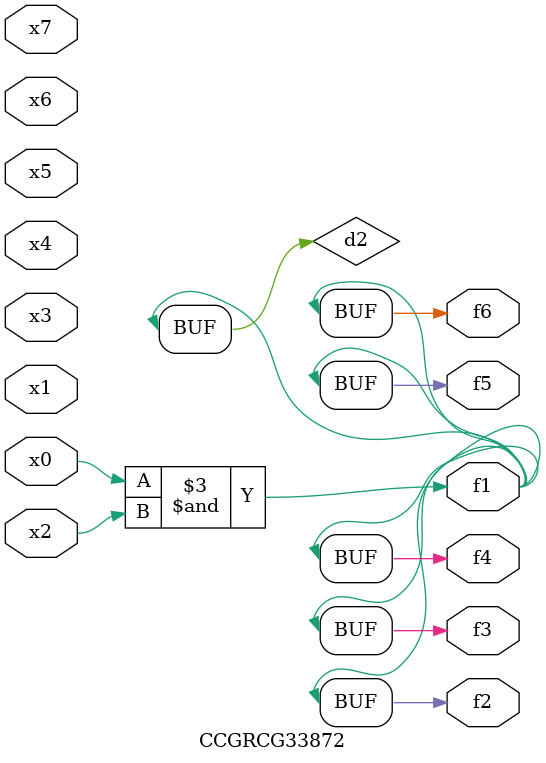
<source format=v>
module CCGRCG33872(
	input x0, x1, x2, x3, x4, x5, x6, x7,
	output f1, f2, f3, f4, f5, f6
);

	wire d1, d2;

	nor (d1, x3, x6);
	and (d2, x0, x2);
	assign f1 = d2;
	assign f2 = d2;
	assign f3 = d2;
	assign f4 = d2;
	assign f5 = d2;
	assign f6 = d2;
endmodule

</source>
